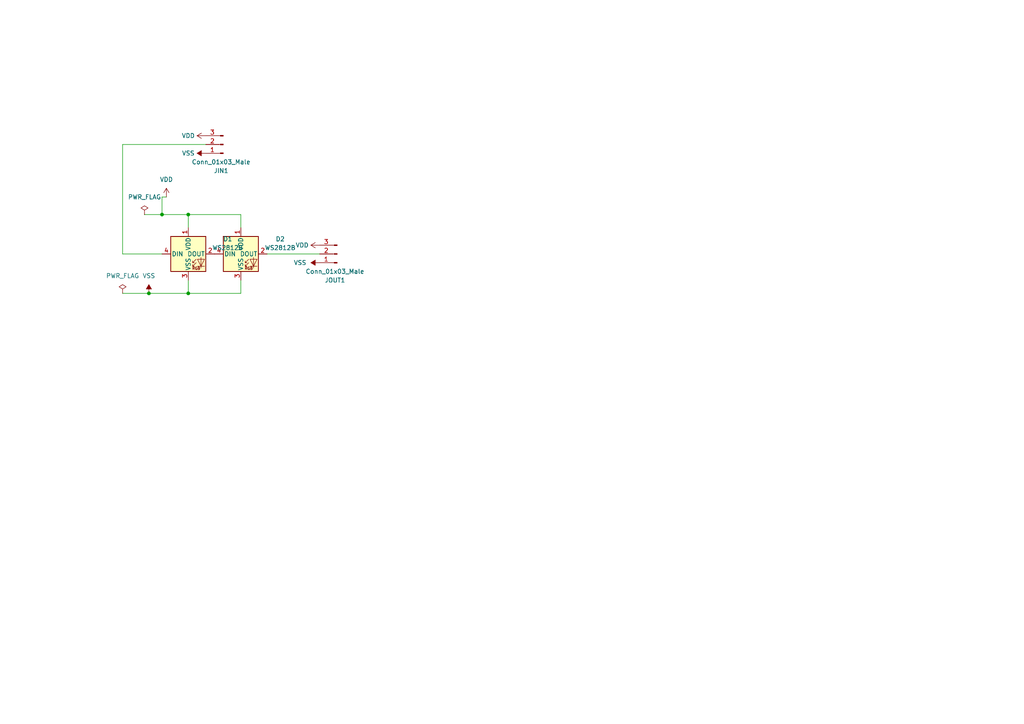
<source format=kicad_sch>
(kicad_sch (version 20211123) (generator eeschema)
  (paper "A4")
  (lib_symbols
    (symbol "Connector:Conn_01x03_Male" (pin_names (offset 1.016) hide)
      (property "Reference" "J" (at 0 5.08 0))
      (property "Value" "Conn_01x03_Male" (at 0 -5.08 0))
      (symbol "Conn_01x03_Male_1_1"
        (polyline (pts (xy 1.27 -2.54) (xy 0.8636 -2.54)) (stroke (width 0.1524)))
        (polyline (pts (xy 1.27 0) (xy 0.8636 0)) (stroke (width 0.1524)))
        (polyline (pts (xy 1.27 2.54) (xy 0.8636 2.54)) (stroke (width 0.1524)))
        (rectangle (start 0.8636 -2.413) (end 0 -2.667) (stroke (width 0.1524)) (fill (type outline)))
        (rectangle (start 0.8636 0.127) (end 0 -0.127) (stroke (width 0.1524)) (fill (type outline)))
        (rectangle (start 0.8636 2.667) (end 0 2.413) (stroke (width 0.1524)) (fill (type outline)))
        (pin passive line (at 5.08 2.54 180) (length 3.81) (name "Pin_1") (number "1"))
        (pin passive line (at 5.08 0 180) (length 3.81) (name "Pin_2") (number "2"))
        (pin passive line (at 5.08 -2.54 180) (length 3.81) (name "Pin_3") (number "3"))
      )
    )
    (symbol "LED:WS2812B" (pin_names (offset 0.254))
      (property "Reference" "D" (at 5.08 5.715 0))
      (property "Value" "WS2812B" (at 1.27 -5.715 0))
      (symbol "WS2812B_0_0"
        (text "RGB" (at 2.286 -4.191 0) (effects (font (size 0.762 0.762))))
      )
      (symbol "WS2812B_0_1"
        (polyline (pts (xy 1.27 -3.556) (xy 1.778 -3.556)))
        (polyline (pts (xy 1.27 -2.54) (xy 1.778 -2.54)))
        (polyline (pts (xy 4.699 -3.556) (xy 2.667 -3.556)))
        (polyline (pts (xy 2.286 -2.54) (xy 1.27 -3.556) (xy 1.27 -3.048)))
        (polyline (pts (xy 2.286 -1.524) (xy 1.27 -2.54) (xy 1.27 -2.032)))
        (polyline (pts (xy 3.683 -1.016) (xy 3.683 -3.556) (xy 3.683 -4.064)))
        (polyline (pts (xy 4.699 -1.524) (xy 2.667 -1.524) (xy 3.683 -3.556) (xy 4.699 -1.524)))
        (rectangle (start 5.08 5.08) (end -5.08 -5.08) (stroke (width 0.254)) (fill (type background)))
      )
      (symbol "WS2812B_1_1"
        (pin power_in line (at 0 7.62 270) (length 2.54) (name "VDD") (number "1"))
        (pin output line (at 7.62 0 180) (length 2.54) (name "DOUT") (number "2"))
        (pin power_in line (at 0 -7.62 90) (length 2.54) (name "VSS") (number "3"))
        (pin input line (at -7.62 0 0) (length 2.54) (name "DIN") (number "4"))
      )
    )
    (symbol "power:PWR_FLAG" (power) (pin_numbers hide) (pin_names (offset 0) hide)
      (property "Value" "PWR_FLAG" (at 0 3.81 0))
      (symbol "PWR_FLAG_0_0"
        (pin power_out line (at 0 0 90) (length 0) (name "pwr") (number "1"))
      )
      (symbol "PWR_FLAG_0_1"
        (polyline (pts (xy 0 0) (xy 0 1.27) (xy -1.016 1.905) (xy 0 2.54) (xy 1.016 1.905) (xy 0 1.27)))
      )
    )
    (symbol "power:VDD" (power) (pin_names (offset 0))
      (property "Value" "VDD" (at 0 3.81 0))
      (symbol "VDD_0_1"
        (polyline (pts (xy -0.762 1.27) (xy 0 2.54)))
        (polyline (pts (xy 0 0) (xy 0 2.54)))
        (polyline (pts (xy 0 2.54) (xy 0.762 1.27)))
      )
      (symbol "VDD_1_1"
        (pin power_in line (at 0 0 90) (length 0) hide (name "VDD") (number "1"))
      )
    )
    (symbol "power:VSS" (power) (pin_names (offset 0))
      (property "Value" "VSS" (at 0 3.81 0))
      (symbol "VSS_0_1"
        (polyline (pts (xy 0 0) (xy 0 2.54)))
        (polyline (pts (xy 0.762 1.27) (xy -0.762 1.27) (xy 0 2.54) (xy 0.762 1.27)) (fill (type outline)))
      )
      (symbol "VSS_1_1"
        (pin power_in line (at 0 0 90) (length 0) hide (name "VSS") (number "1"))
      )
    )
  )
  (junction (at 54.61 85.09))
  (junction (at 46.99 62.23))
  (junction (at 43.18 85.09))
  (junction (at 54.61 62.23))
  (wire (pts (xy 35.56 85.09) (xy 43.18 85.09)))
  (wire (pts (xy 35.56 41.91) (xy 35.56 73.66)))
  (wire (pts (xy 54.61 62.23) (xy 69.85 62.23)))
  (wire (pts (xy 54.61 85.09) (xy 69.85 85.09)))
  (wire (pts (xy 48.26 57.15) (xy 46.99 57.15)))
  (wire (pts (xy 54.61 81.28) (xy 54.61 85.09)))
  (wire (pts (xy 77.47 73.66) (xy 92.71 73.66)))
  (wire (pts (xy 69.85 62.23) (xy 69.85 66.04)))
  (wire (pts (xy 46.99 62.23) (xy 54.61 62.23)))
  (wire (pts (xy 35.56 73.66) (xy 46.99 73.66)))
  (wire (pts (xy 69.85 81.28) (xy 69.85 85.09)))
  (wire (pts (xy 59.69 41.91) (xy 35.56 41.91)))
  (wire (pts (xy 43.18 85.09) (xy 54.61 85.09)))
  (wire (pts (xy 54.61 62.23) (xy 54.61 66.04)))
  (wire (pts (xy 41.91 62.23) (xy 46.99 62.23)))
  (wire (pts (xy 46.99 57.15) (xy 46.99 62.23)))
  (symbol (lib_id "power:VDD") (at 48.26 57.15 0) (unit 1)
    (property "Reference" "#PWR0104" (effects hide))
    (property "Value" "VDD" (at 48.26 52.07 0))
  )
  (symbol (lib_id "power:VDD") (at 92.71 71.12 90) (unit 1)
    (property "Reference" "#PWR0105" (effects hide))
    (property "Value" "VDD" (at 87.63 71.12 90))
  )
  (symbol (lib_id "LED:WS2812B") (at 54.61 73.66 0) (unit 1)
    (property "Reference" "D1" (at 66.04 69.3293 0))
    (property "Value" "WS2812B" (at 66.04 71.8693 0))
    (property "Footprint" "LED_SMD:LED_WS2812B_PLCC4_5.0x5.0mm_P3.2mm" (effects hide))
    (property "Datasheet" "https://cdn-shop.adafruit.com/datasheets/WS2812B.pdf" (effects hide))
    (property "LCSC" "C2874885" (effects hide))
  )
  (symbol (lib_id "power:VSS") (at 59.69 44.45 90) (unit 1)
    (property "Reference" "#PWR0103" (effects hide))
    (property "Value" "VSS" (at 54.61 44.45 90))
  )
  (symbol (lib_id "power:PWR_FLAG") (at 41.91 62.23 0) (unit 1)
    (property "Reference" "#FLG0101" (effects hide))
    (property "Value" "PWR_FLAG" (at 41.91 57.15 0))
  )
  (symbol (lib_id "LED:WS2812B") (at 69.85 73.66 0) (unit 1)
    (property "Reference" "D2" (at 81.28 69.3293 0))
    (property "Value" "WS2812B" (at 81.28 71.8693 0))
    (property "Footprint" "LED_SMD:LED_WS2812B_PLCC4_5.0x5.0mm_P3.2mm" (effects hide))
    (property "Datasheet" "https://cdn-shop.adafruit.com/datasheets/WS2812B.pdf" (effects hide))
    (property "LCSC" "C2874885" (effects hide))
  )
  (symbol (lib_id "power:VSS") (at 92.71 76.2 90) (unit 1)
    (property "Reference" "#PWR0106" (effects hide))
    (property "Value" "VSS" (at 88.9 76.1999 90) (effects (justify left)))
  )
  (symbol (lib_id "Connector:Conn_01x03_Male") (at 64.77 41.91 180) (unit 1)
    (property "Reference" "JIN1" (at 64.135 49.53 0))
    (property "Value" "Conn_01x03_Male" (at 64.135 46.99 0))
    (property "Footprint" "Connector_JST:JST_PH_B3B-PH-K_1x03_P2.00mm_Vertical" (effects hide))
  )
  (symbol (lib_id "power:PWR_FLAG") (at 35.56 85.09 0) (unit 1)
    (property "Reference" "#FLG0102" (effects hide))
    (property "Value" "PWR_FLAG" (at 35.56 80.01 0))
  )
  (symbol (lib_id "power:VSS") (at 43.18 85.09 0) (unit 1)
    (property "Reference" "#PWR0102" (effects hide))
    (property "Value" "VSS" (at 43.18 80.01 0))
  )
  (symbol (lib_id "power:VDD") (at 59.69 39.37 90) (unit 1)
    (property "Reference" "#PWR0101" (effects hide))
    (property "Value" "VDD" (at 54.61 39.37 90))
  )
  (symbol (lib_id "Connector:Conn_01x03_Male") (at 97.79 73.66 180) (unit 1)
    (property "Reference" "JOUT1" (at 97.155 81.28 0))
    (property "Value" "Conn_01x03_Male" (at 97.155 78.74 0))
    (property "Footprint" "Connector_JST:JST_PH_B3B-PH-K_1x03_P2.00mm_Vertical" (effects hide))
  )
)
</source>
